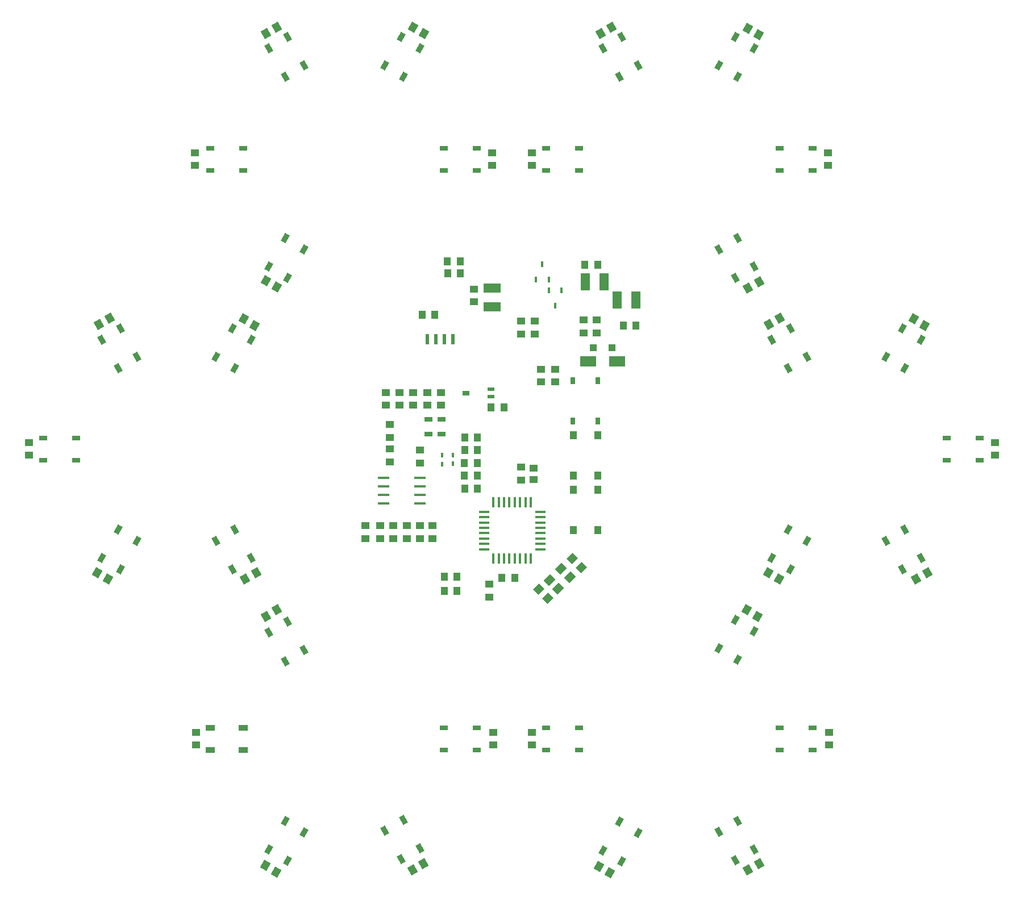
<source format=gbr>
G04 DipTrace 3.3.1.3*
G04 TopPaste.gbr*
%MOIN*%
G04 #@! TF.FileFunction,Paste,Top*
G04 #@! TF.Part,Single*
%AMOUTLINE2*
4,1,4,
0.033406,0.002783,
-0.002783,-0.033406,
-0.033406,-0.002783,
0.002783,0.033406,
0.033406,0.002783,
0*%
%AMOUTLINE5*
4,1,4,
-0.031547,-0.011336,
-0.005957,0.032989,
0.031547,0.011336,
0.005957,-0.032989,
-0.031547,-0.011336,
0*%
%AMOUTLINE8*
4,1,4,
-0.005957,-0.032989,
-0.031547,0.011336,
0.005957,0.032989,
0.031547,-0.011336,
-0.005957,-0.032989,
0*%
%AMOUTLINE17*
4,1,4,
0.000842,-0.030037,
-0.026433,-0.014289,
-0.000842,0.030037,
0.026433,0.014289,
0.000842,-0.030037,
0*%
%AMOUTLINE20*
4,1,4,
-0.026433,0.014289,
0.000842,0.030037,
0.026433,-0.014289,
-0.000842,-0.030037,
-0.026433,0.014289,
0*%
%AMOUTLINE23*
4,1,4,
-0.025591,-0.015748,
-0.025591,0.015748,
0.025591,0.015748,
0.025591,-0.015748,
-0.025591,-0.015748,
0*%
%AMOUTLINE26*
4,1,4,
0.035495,0.003475,
-0.003485,-0.035494,
-0.035495,-0.003475,
0.003485,0.035494,
0.035495,0.003475,
0*%
%ADD25R,0.03937X0.047244*%
%ADD45R,0.051181X0.031496*%
%ADD65R,0.059055X0.011811*%
%ADD67R,0.011811X0.059055*%
%ADD69R,0.023622X0.062992*%
%ADD71R,0.070866X0.015748*%
%ADD73R,0.017717X0.033465*%
%ADD75R,0.043307X0.031496*%
%ADD76R,0.043307X0.023622*%
%ADD78R,0.051181X0.025984*%
%ADD80R,0.049213X0.03937*%
%ADD88R,0.096457X0.061024*%
%ADD90R,0.03937X0.03937*%
%ADD92R,0.015748X0.031496*%
%ADD94R,0.098425X0.055118*%
%ADD96R,0.055118X0.098425*%
%ADD98R,0.043307X0.051181*%
%ADD100R,0.051181X0.043307*%
%ADD102R,0.031496X0.03937*%
%ADD110OUTLINE2*%
%ADD113OUTLINE5*%
%ADD116OUTLINE8*%
%ADD125OUTLINE17*%
%ADD128OUTLINE20*%
%ADD131OUTLINE23*%
%ADD134OUTLINE26*%
%FSLAX26Y26*%
G04*
G70*
G90*
G75*
G01*
G04 TopPaste*
%LPD*%
D25*
X3751829Y2853441D3*
Y3089661D3*
X3897499Y2853441D3*
Y3089661D3*
X3751829Y2534690D3*
Y2770911D3*
X3897499Y2534690D3*
Y2770911D3*
D102*
X3895580Y3409690D3*
Y3173470D3*
X3749911Y3409690D3*
Y3173470D3*
D100*
X2851934Y2928546D3*
Y3003349D3*
X2733080Y3265941D3*
Y3340744D3*
X2926829Y2559691D3*
Y2484887D3*
X2676934Y2934795D3*
Y3009598D3*
X2695579Y2559691D3*
Y2484887D3*
D98*
X3189330Y2778440D3*
X3114527D3*
D100*
X2814329Y3265941D3*
Y3340744D3*
D98*
X2939329Y3797190D3*
X2864526D3*
X4120579Y3734690D3*
X4045776D3*
D96*
X4120580Y3884690D3*
X4010344D3*
D100*
X3170580Y3947190D3*
Y3872387D3*
D94*
X3276829Y3953441D3*
Y3843205D3*
D98*
X3820580Y4090941D3*
X3895383D3*
D96*
X3821711Y3989808D3*
X3931948D3*
D98*
X3408079Y2253441D3*
X3333276D3*
D100*
X3445580Y2828441D3*
Y2903244D3*
D110*
X3601829Y2134691D3*
X3548935Y2187584D3*
X3745579Y2365941D3*
X3798473Y2313047D3*
D100*
X3564329Y3403441D3*
Y3478244D3*
D113*
X1949550Y3997093D3*
X2014331Y3959691D3*
D100*
X3508080Y4747190D3*
Y4672387D3*
D116*
X4964329Y3778441D3*
X4899549Y3741039D3*
D113*
X4833080Y2028440D3*
X4768299Y2065842D3*
D100*
X3283080Y1272190D3*
Y1346993D3*
D116*
X1826829Y2247191D3*
X1891610Y2284592D3*
D100*
X1533080Y4747190D3*
Y4672387D3*
D116*
X3976829Y5484690D3*
X3912049Y5447288D3*
D113*
X5814329Y3734691D3*
X5749549Y3772092D3*
D100*
X5251829Y1272190D3*
Y1346993D3*
D116*
X2808080Y540940D3*
X2872861Y578342D3*
D113*
X958080Y2284690D3*
X1022861Y2247288D3*
D116*
X2014329Y5484690D3*
X1949549Y5447288D3*
D113*
X4839329Y5440940D3*
X4774549Y5478342D3*
D100*
X6226829Y2972190D3*
Y3046993D3*
D116*
X4776829Y540940D3*
X4841610Y578342D3*
D113*
X1945580Y565941D3*
X2010361Y528539D3*
D100*
X558080Y3047190D3*
Y2972387D3*
D113*
X2876829Y5447191D3*
X2812049Y5484592D3*
D100*
X5245580Y4672190D3*
Y4746993D3*
D116*
X5764329Y2247191D3*
X5829110Y2284592D3*
D113*
X3901829Y559690D3*
X3966610Y522288D3*
D100*
X1539329Y1347190D3*
Y1272387D3*
D116*
X1033080Y3778441D3*
X968299Y3741039D3*
D100*
X3276829Y4672190D3*
Y4746993D3*
D116*
X4776829Y3953440D3*
X4841610Y3990842D3*
D113*
X4895580Y2284690D3*
X4960361Y2247288D3*
D100*
X3508080Y1347190D3*
Y1272387D3*
D116*
X2014329Y2065941D3*
X1949549Y2028539D3*
D113*
X1883080Y3734691D3*
X1818299Y3772092D3*
D98*
X2995580Y2178441D3*
X3070383D3*
D92*
X2983080Y2972190D3*
Y2921009D3*
X3045580Y2922190D3*
Y2973371D3*
D98*
X3014329Y4109690D3*
X3089133D3*
D90*
X3870580Y3603440D3*
X3980816D3*
D88*
X3839329Y3522190D3*
X4008621D3*
D80*
X3520580Y2897190D3*
Y2830261D3*
D78*
X2901829Y3097190D3*
X2978601D3*
Y3183411D3*
X2901829D3*
D76*
X3270136Y3316383D3*
Y3359690D3*
D75*
X3122499Y3338037D3*
D73*
X3683080Y3940941D3*
X3608277D3*
X3645678Y3850390D3*
X3533080Y4003441D3*
X3607883D3*
X3570482Y4093992D3*
D98*
X3070383Y2259690D3*
X2995580D3*
D100*
X3258080Y2215940D3*
Y2141136D3*
D98*
X3270580Y3253441D3*
X3345383D3*
X3114329Y2853441D3*
X3189133D3*
D100*
X2651829Y3265941D3*
Y3340744D3*
X2776831Y2484692D3*
Y2559495D3*
X2851829Y2559690D3*
Y2484887D3*
X2620580Y2484692D3*
Y2559495D3*
X2533080Y2559690D3*
Y2484887D3*
X2676928Y3153343D3*
Y3078539D3*
X2976829Y3265941D3*
Y3340744D3*
X2895580Y3340940D3*
Y3266136D3*
D98*
X3114329Y2928441D3*
X3189133D3*
D100*
X3526829Y3759690D3*
Y3684887D3*
D98*
X3089329Y4040941D3*
X3014526D3*
D100*
X3445580Y3759690D3*
Y3684887D3*
X3889329Y3765940D3*
Y3691136D3*
X3814329Y3765940D3*
Y3691136D3*
X3645580Y3478440D3*
Y3403636D3*
D98*
X3189329Y3078440D3*
X3114526D3*
X3189329Y3003441D3*
X3114526D3*
D71*
X2639329Y2840941D3*
Y2790941D3*
Y2740941D3*
Y2690941D3*
X2851928D3*
Y2740941D3*
Y2790941D3*
Y2840941D3*
D69*
X2895580Y3653441D3*
X2945580D3*
X2995580D3*
X3045580D3*
D67*
X3283079Y2365941D3*
X3314575D3*
X3346071D3*
X3377567D3*
X3409063D3*
X3440559D3*
X3472055D3*
X3503551D3*
D65*
X3558669Y2421059D3*
Y2452555D3*
Y2484051D3*
Y2515547D3*
Y2547043D3*
Y2578539D3*
Y2610035D3*
Y2641531D3*
D67*
X3503551Y2696650D3*
X3472055D3*
X3440559D3*
X3409063D3*
X3377567D3*
X3346071D3*
X3314575D3*
X3283079D3*
D65*
X3227961Y2641531D3*
Y2610035D3*
Y2578539D3*
Y2547043D3*
Y2515547D3*
Y2484051D3*
Y2452555D3*
Y2421059D3*
D125*
X2077358Y4013696D3*
X1964844Y4078656D3*
X2173815Y4180764D3*
X2061301Y4245724D3*
D45*
X3592873Y4644730D3*
Y4774651D3*
X3785786Y4644730D3*
Y4774651D3*
D128*
X4914824Y3650744D3*
X5027339Y3715705D3*
X5011281Y3483676D3*
X5123795Y3548636D3*
D125*
X4701301Y2005685D3*
X4813815Y1940724D3*
X4604844Y1838617D3*
X4717358Y1773656D3*
D45*
X3185786Y1374651D3*
Y1244730D3*
X2992873Y1374651D3*
Y1244730D3*
D128*
X1863835Y2368636D3*
X1751320Y2303676D3*
X1767378Y2535705D3*
X1654864Y2470744D3*
D45*
X1622873Y4644730D3*
Y4774651D3*
X1815786Y4644730D3*
Y4774651D3*
D128*
X3924824Y5360744D3*
X4037339Y5425705D3*
X4021281Y5193676D3*
X4133795Y5258636D3*
D125*
X5681301Y3715685D3*
X5793815Y3650724D3*
X5584844Y3548617D3*
X5697358Y3483656D3*
D45*
X5155786Y1374651D3*
Y1244730D3*
X4962873Y1374651D3*
Y1244730D3*
D128*
X2853835Y667416D3*
X2741320Y602455D3*
X2757378Y834484D3*
X2644864Y769524D3*
D125*
X1097358Y2303696D3*
X984844Y2368656D3*
X1193815Y2470764D3*
X1081301Y2535724D3*
D128*
X1964824Y5360744D3*
X2077339Y5425705D3*
X2061281Y5193676D3*
X2173795Y5258636D3*
D125*
X4701301Y5425685D3*
X4813815Y5360724D3*
X4604844Y5258617D3*
X4717358Y5193656D3*
D45*
X6135786Y3074651D3*
Y2944730D3*
X5942873Y3074651D3*
Y2944730D3*
D128*
X4813835Y661167D3*
X4701320Y596206D3*
X4717378Y828235D3*
X4604864Y763274D3*
D125*
X2077358Y593696D3*
X1964844Y658656D3*
X2173815Y760764D3*
X2061301Y825724D3*
D45*
X642873Y2944730D3*
Y3074651D3*
X835786Y2944730D3*
Y3074651D3*
D125*
X2741301Y5425685D3*
X2853815Y5360724D3*
X2644844Y5258617D3*
X2757358Y5193656D3*
D45*
X5155786Y4774651D3*
Y4644730D3*
X4962873Y4774651D3*
Y4644730D3*
D128*
X5793835Y2368636D3*
X5681320Y2303676D3*
X5697378Y2535705D3*
X5584864Y2470744D3*
D125*
X4037358Y590226D3*
X3924844Y655186D3*
X4133815Y757294D3*
X4021301Y822255D3*
D131*
X1622873Y1244730D3*
Y1374651D3*
X1815786Y1244730D3*
Y1374651D3*
D128*
X984895Y3650744D3*
X1097409Y3715705D3*
X1081352Y3483676D3*
X1193866Y3548636D3*
D45*
X3185786Y4774651D3*
Y4644730D3*
X2992873Y4774651D3*
Y4644730D3*
D128*
X4813835Y4078636D3*
X4701320Y4013676D3*
X4717378Y4245705D3*
X4604864Y4180744D3*
D125*
X5027358Y2303696D3*
X4914844Y2368656D3*
X5123815Y2470764D3*
X5011301Y2535724D3*
D45*
X3592873Y1244730D3*
Y1374651D3*
X3785786Y1244730D3*
Y1374651D3*
D128*
X1964824Y1932024D3*
X2077339Y1996984D3*
X2061281Y1764955D3*
X2173795Y1829916D3*
D125*
X1751301Y3715685D3*
X1863815Y3650724D3*
X1654844Y3548617D3*
X1767358Y3483656D3*
D134*
X3664329Y2190940D3*
X3731154Y2257743D3*
X3681051Y2307861D3*
X3614227Y2241058D3*
M02*

</source>
